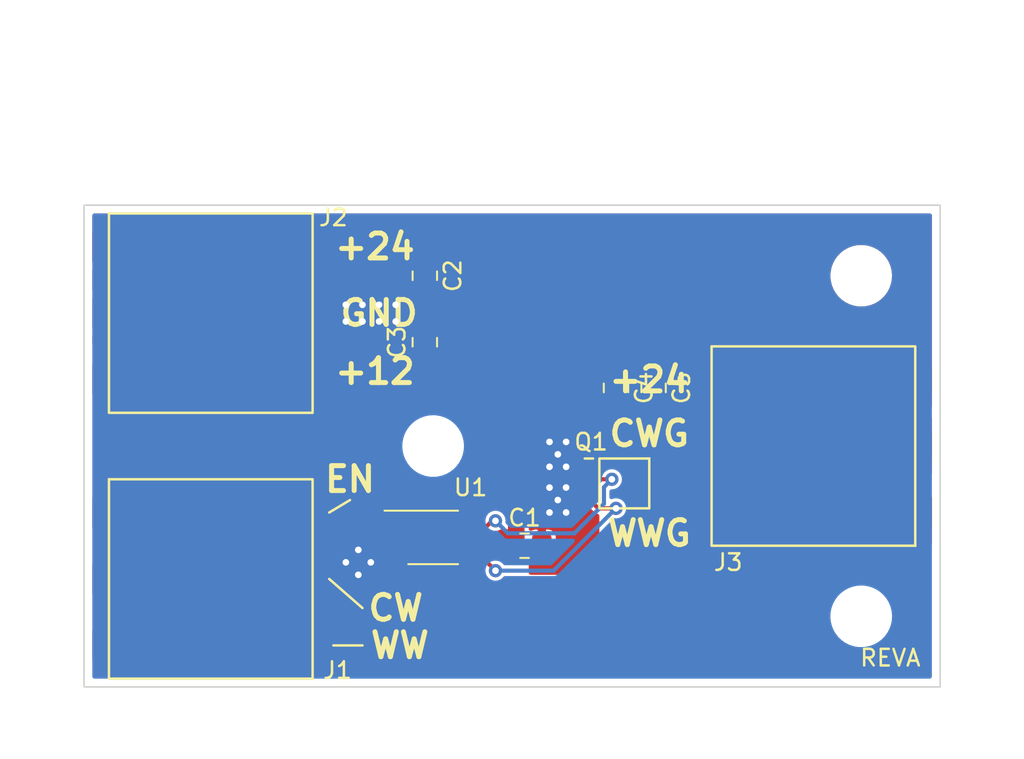
<source format=kicad_pcb>
(kicad_pcb (version 20211014) (generator pcbnew)
  (layers (0 "F.Cu" signal) (31 "B.Cu" signal) (34 "B.Paste" user) (35 "F.Paste" user) (36 "B.SilkS" user "B.Silkscreen") (37 "F.SilkS" user "F.Silkscreen") (38 "B.Mask" user) (39 "F.Mask" user) (44 "Edge.Cuts" user))
  (net 0 "")
  (net 1 "+12V")
  (net 2 "GND")
  (net 3 "+24V")
  (net 4 "/EN")
  (net 5 "/CW")
  (net 6 "/WW")
  (net 7 "/WW_Gnd")
  (net 8 "/CW_Gnd")
  (net 9 "Net-(Q1-Pad2)")
  (net 10 "Net-(Q1-Pad4)")
  (footprint "MountingHole:MountingHole_3.2mm_M3" (layer "F.Cu") (at 179.75 110.75)
    (fp_text reference "H2" hide)
    (fp_text value "MountingHole")
    (pad "" np_thru_hole circle (at 0 0) (size 3.2 3.2) (drill 3.2) (layers *.Cu *.Mask))
  )
  (footprint "Wago2060:2060-453" (layer "F.Cu") (at 181 104.5 180)
    (fp_text reference "J3" (at 9.25 -3 unlocked) (layer "F.SilkS"))
    (fp_text value "Screw_Terminal_01x03")
    (fp_rect (start -2 -2) (end 10.25 10) (layer "F.SilkS") (width 0.15) (fill none))
    (pad "1" smd roundrect (at 9.25 0 180) (size 3.5 2) (layers "F.Cu" "F.Paste" "F.Mask") (roundrect_rratio 0.05) (net 7 "/WW_Gnd"))
    (pad "1" smd roundrect (at 0 0 180) (size 6 2) (layers "F.Cu" "F.Paste" "F.Mask") (roundrect_rratio 0.05) (net 7 "/WW_Gnd"))
    (pad "2" smd roundrect (at 0 4 180) (size 6 2) (layers "F.Cu" "F.Paste" "F.Mask") (roundrect_rratio 0.05) (net 8 "/CW_Gnd"))
    (pad "2" smd roundrect (at 9.25 4 180) (size 3.5 2) (layers "F.Cu" "F.Paste" "F.Mask") (roundrect_rratio 0.05) (net 8 "/CW_Gnd"))
    (pad "3" smd roundrect (at 9.25 8 180) (size 3.5 2) (layers "F.Cu" "F.Paste" "F.Mask") (roundrect_rratio 0.05) (net 3 "+24V"))
    (pad "3" smd roundrect (at 0 8 180) (size 6 2) (layers "F.Cu" "F.Paste" "F.Mask") (roundrect_rratio 0.05) (net 3 "+24V"))
  )
  (footprint "Capacitor_SMD:C_0805_2012Metric_Pad1.18x1.45mm_HandSolder" (layer "F.Cu") (at 167.26 97 -90)
    (fp_text reference "C5" (at 0 -1.68 90) (layer "F.SilkS"))
    (fp_text value "C")
    (fp_line (start -0.261252 0.735) (end 0.261252 0.735) (layer "F.SilkS") (width 0.12))
    (fp_line (start -0.261252 -0.735) (end 0.261252 -0.735) (layer "F.SilkS") (width 0.12))
    (pad "1" smd roundrect (at -1.0375 0 270) (size 1.175 1.45) (layers "F.Cu" "F.Paste" "F.Mask") (roundrect_rratio 0.2127659574) (net 3 "+24V"))
    (pad "2" smd roundrect (at 1.0375 0 270) (size 1.175 1.45) (layers "F.Cu" "F.Paste" "F.Mask") (roundrect_rratio 0.2127659574) (net 2 "GND"))
  )
  (footprint "MountingHole:MountingHole_3.2mm_M3" (layer "F.Cu") (at 179.75 90.25)
    (fp_text reference "H3" hide)
    (fp_text value "MountingHole")
    (pad "" np_thru_hole circle (at 0 0) (size 3.2 3.2) (drill 3.2) (layers *.Cu *.Mask))
  )
  (footprint "MountingHole:MountingHole_3.2mm_M3" (layer "F.Cu") (at 154 100.5)
    (fp_text reference "H1" hide)
    (fp_text value "MountingHole")
    (pad "" np_thru_hole circle (at 0 0) (size 3.2 3.2) (drill 3.2) (layers *.Cu *.Mask))
  )
  (footprint "Capacitor_SMD:C_0805_2012Metric_Pad1.18x1.45mm_HandSolder" (layer "F.Cu") (at 153.5 94.25 90)
    (fp_text reference "C3" (at 0 -1.68 90) (layer "F.SilkS"))
    (fp_text value "C")
    (fp_line (start -0.261252 0.735) (end 0.261252 0.735) (layer "F.SilkS") (width 0.12))
    (fp_line (start -0.261252 -0.735) (end 0.261252 -0.735) (layer "F.SilkS") (width 0.12))
    (pad "1" smd roundrect (at -1.0375 0 90) (size 1.175 1.45) (layers "F.Cu" "F.Paste" "F.Mask") (roundrect_rratio 0.2127659574) (net 1 "+12V"))
    (pad "2" smd roundrect (at 1.0375 0 90) (size 1.175 1.45) (layers "F.Cu" "F.Paste" "F.Mask") (roundrect_rratio 0.2127659574) (net 2 "GND"))
  )
  (footprint "micro8:IR Micro8" (layer "F.Cu") (at 167.62 101.75 -90)
    (fp_text reference "Q1" (at -1.5 4.12 unlocked) (layer "F.SilkS"))
    (fp_text value "IRF7503TRPBF")
    (fp_line (start -0.5 4) (end -0.5 4.5) (layer "F.SilkS") (width 0.15))
    (fp_rect (start -0.5 0.62) (end 2.5 3.62) (layer "F.SilkS") (width 0.15) (fill none))
    (pad "1" smd roundrect (at 0 4.24 270) (size 0.38 1.04) (layers "F.Cu" "F.Paste" "F.Mask") (roundrect_rratio 0.05) (net 2 "GND"))
    (pad "2" smd roundrect (at 0.65 4.24 270) (size 0.38 1.04) (layers "F.Cu" "F.Paste" "F.Mask") (roundrect_rratio 0.05) (net 9 "Net-(Q1-Pad2)"))
    (pad "3" smd roundrect (at 1.3 4.24 270) (size 0.38 1.04) (layers "F.Cu" "F.Paste" "F.Mask") (roundrect_rratio 0.05) (net 2 "GND"))
    (pad "4" smd roundrect (at 1.95 4.24 270) (size 0.38 1.04) (layers "F.Cu" "F.Paste" "F.Mask") (roundrect_rratio 0.05) (net 10 "Net-(Q1-Pad4)"))
    (pad "5" smd roundrect (at 1.95 0 270) (size 0.38 1.04) (layers "F.Cu" "F.Paste" "F.Mask") (roundrect_rratio 0.05) (net 7 "/WW_Gnd"))
    (pad "6" smd roundrect (at 1.3 0 270) (size 0.38 1.04) (layers "F.Cu" "F.Paste" "F.Mask") (roundrect_rratio 0.05) (net 7 "/WW_Gnd"))
    (pad "7" smd roundrect (at 0.65 0 270) (size 0.38 1.04) (layers "F.Cu" "F.Paste" "F.Mask") (roundrect_rratio 0.05) (net 8 "/CW_Gnd"))
    (pad "8" smd roundrect (at 0 0 270) (size 0.38 1.04) (layers "F.Cu" "F.Paste" "F.Mask") (roundrect_rratio 0.05) (net 8 "/CW_Gnd"))
  )
  (footprint "Wago2060:2060-453" (layer "F.Cu") (at 136.5 104.5)
    (fp_text reference "J2" (at 11.5 -17.75 unlocked) (layer "F.SilkS"))
    (fp_text value "Screw_Terminal_01x03")
    (fp_rect (start -2 -2) (end 10.25 10) (layer "F.SilkS") (width 0.15) (fill none))
    (pad "1" smd roundrect (at 9.25 0) (size 3.5 2) (layers "F.Cu" "F.Paste" "F.Mask") (roundrect_rratio 0.05) (net 4 "/EN"))
    (pad "1" smd roundrect (at 0 0) (size 6 2) (layers "F.Cu" "F.Paste" "F.Mask") (roundrect_rratio 0.05) (net 4 "/EN"))
    (pad "2" smd roundrect (at 9.25 4) (size 3.5 2) (layers "F.Cu" "F.Paste" "F.Mask") (roundrect_rratio 0.05) (net 5 "/CW"))
    (pad "2" smd roundrect (at 0 4) (size 6 2) (layers "F.Cu" "F.Paste" "F.Mask") (roundrect_rratio 0.05) (net 5 "/CW"))
    (pad "3" smd roundrect (at 9.25 8) (size 3.5 2) (layers "F.Cu" "F.Paste" "F.Mask") (roundrect_rratio 0.05) (net 6 "/WW"))
    (pad "3" smd roundrect (at 0 8) (size 6 2) (layers "F.Cu" "F.Paste" "F.Mask") (roundrect_rratio 0.05) (net 6 "/WW"))
  )
  (footprint "Capacitor_SMD:C_0805_2012Metric_Pad1.18x1.45mm_HandSolder" (layer "F.Cu") (at 153.5 90.25 -90)
    (fp_text reference "C2" (at 0 -1.68 90) (layer "F.SilkS"))
    (fp_text value "C")
    (fp_line (start -0.261252 -0.735) (end 0.261252 -0.735) (layer "F.SilkS") (width 0.12))
    (fp_line (start -0.261252 0.735) (end 0.261252 0.735) (layer "F.SilkS") (width 0.12))
    (pad "1" smd roundrect (at -1.0375 0 270) (size 1.175 1.45) (layers "F.Cu" "F.Paste" "F.Mask") (roundrect_rratio 0.2127659574) (net 3 "+24V"))
    (pad "2" smd roundrect (at 1.0375 0 270) (size 1.175 1.45) (layers "F.Cu" "F.Paste" "F.Mask") (roundrect_rratio 0.2127659574) (net 2 "GND"))
  )
  (footprint "Capacitor_SMD:C_0805_2012Metric_Pad1.18x1.45mm_HandSolder" (layer "F.Cu") (at 165 97 -90)
    (fp_text reference "C4" (at 0 -1.68 90) (layer "F.SilkS"))
    (fp_text value "C")
    (fp_line (start -0.261252 0.735) (end 0.261252 0.735) (layer "F.SilkS") (width 0.12))
    (fp_line (start -0.261252 -0.735) (end 0.261252 -0.735) (layer "F.SilkS") (width 0.12))
    (pad "1" smd roundrect (at -1.0375 0 270) (size 1.175 1.45) (layers "F.Cu" "F.Paste" "F.Mask") (roundrect_rratio 0.2127659574) (net 3 "+24V"))
    (pad "2" smd roundrect (at 1.0375 0 270) (size 1.175 1.45) (layers "F.Cu" "F.Paste" "F.Mask") (roundrect_rratio 0.2127659574) (net 2 "GND"))
  )
  (footprint "Package_SO:MSOP-8_3x3mm_P0.65mm" (layer "F.Cu") (at 154 106)
    (fp_text reference "U1" (at 2.25 -3) (layer "F.SilkS"))
    (fp_text value "MCP14A0154-E/MS")
    (fp_line (start 0 -1.61) (end 1.5 -1.61) (layer "F.SilkS") (width 0.12))
    (fp_line (start 0 1.61) (end -1.5 1.61) (layer "F.SilkS") (width 0.12))
    (fp_line (start 0 1.61) (end 1.5 1.61) (layer "F.SilkS") (width 0.12))
    (fp_line (start 0 -1.61) (end -2.925 -1.61) (layer "F.SilkS") (width 0.12))
    (pad "1" smd roundrect (at -2.1125 -0.975) (size 1.625 0.4) (layers "F.Cu" "F.Paste" "F.Mask") (net 4 "/EN"))
    (pad "2" smd roundrect (at -2.1125 -0.325) (size 1.625 0.4) (layers "F.Cu" "F.Paste" "F.Mask") (net 5 "/CW"))
    (pad "3" smd roundrect (at -2.1125 0.325) (size 1.625 0.4) (layers "F.Cu" "F.Paste" "F.Mask") (net 2 "GND"))
    (pad "4" smd roundrect (at -2.1125 0.975) (size 1.625 0.4) (layers "F.Cu" "F.Paste" "F.Mask") (net 6 "/WW"))
    (pad "5" smd roundrect (at 2.1125 0.975) (size 1.625 0.4) (layers "F.Cu" "F.Paste" "F.Mask") (net 10 "Net-(Q1-Pad4)"))
    (pad "6" smd roundrect (at 2.1125 0.325) (size 1.625 0.4) (layers "F.Cu" "F.Paste" "F.Mask") (net 1 "+12V"))
    (pad "7" smd roundrect (at 2.1125 -0.325) (size 1.625 0.4) (layers "F.Cu" "F.Paste" "F.Mask") (net 9 "Net-(Q1-Pad2)"))
    (pad "8" smd roundrect (at 2.1125 -0.975) (size 1.625 0.4) (layers "F.Cu" "F.Paste" "F.Mask") (net 4 "/EN"))
  )
  (footprint "Capacitor_SMD:C_0805_2012Metric_Pad1.18x1.45mm_HandSolder" (layer "F.Cu") (at 159.5 106.5)
    (fp_text reference "C1" (at 0 -1.68) (layer "F.SilkS"))
    (fp_text value "C")
    (fp_line (start -0.261252 -0.735) (end 0.261252 -0.735) (layer "F.SilkS") (width 0.12))
    (fp_line (start -0.261252 0.735) (end 0.261252 0.735) (layer "F.SilkS") (width 0.12))
    (pad "1" smd roundrect (at -1.0375 0) (size 1.175 1.45) (layers "F.Cu" "F.Paste" "F.Mask") (roundrect_rratio 0.2127659574) (net 1 "+12V"))
    (pad "2" smd roundrect (at 1.0375 0) (size 1.175 1.45) (layers "F.Cu" "F.Paste" "F.Mask") (roundrect_rratio 0.2127659574) (net 2 "GND"))
  )
  (footprint "Wago2060:2060-453" (layer "F.Cu") (at 136.5 88.5)
    (fp_text reference "J1" (at 11.75 25.5 unlocked) (layer "F.SilkS"))
    (fp_text value "Screw_Terminal_01x03")
    (fp_rect (start -2 -2) (end 10.25 10) (layer "F.SilkS") (width 0.15) (fill none))
    (pad "1" smd roundrect (at 9.25 0) (size 3.5 2) (layers "F.Cu" "F.Paste" "F.Mask") (roundrect_rratio 0.05) (net 3 "+24V"))
    (pad "1" smd roundrect (at 0 0) (size 6 2) (layers "F.Cu" "F.Paste" "F.Mask") (roundrect_rratio 0.05) (net 3 "+24V"))
    (pad "2" smd roundrect (at 9.25 4) (size 3.5 2) (layers "F.Cu" "F.Paste" "F.Mask") (roundrect_rratio 0.05) (net 2 "GND"))
    (pad "2" smd roundrect (at 0 4) (size 6 2) (layers "F.Cu" "F.Paste" "F.Mask") (roundrect_rratio 0.05) (net 2 "GND"))
    (pad "3" smd roundrect (at 9.25 8) (size 3.5 2) (layers "F.Cu" "F.Paste" "F.Mask") (roundrect_rratio 0.05) (net 1 "+12V"))
    (pad "3" smd roundrect (at 0 8) (size 6 2) (layers "F.Cu" "F.Paste" "F.Mask") (roundrect_rratio 0.05) (net 1 "+12V"))
  )
  (gr_line (start 147.75 104.5) (end 149 103.75) (layer "F.SilkS") (width 0.15))
  (gr_line (start 147.75 108.5) (end 149.75 110.25) (layer "F.SilkS") (width 0.15))
  (gr_line (start 148 112.5) (end 149.75 112.5) (layer "F.SilkS") (width 0.15))
  (gr_rect (start 133 86) (end 184.5 115) (layer "Edge.Cuts") (width 0.1) (fill none))
  (gr_text "CWG" (at 167 99.75) (layer "F.SilkS") (effects (font (size 1.5 1.5) (thickness 0.3))))
  (gr_text "GND" (at 150.75 92.5) (layer "F.SilkS") (effects (font (size 1.5 1.5) (thickness 0.3))))
  (gr_text "REVA" (at 181.5 113.25) (layer "F.SilkS") (effects (font (size 1 1))))
  (gr_text "WWG" (at 167 105.75) (layer "F.SilkS") (effects (font (size 1.5 1.5) (thickness 0.3))))
  (gr_text "+24" (at 167 96.5) (layer "F.SilkS") (effects (font (size 1.5 1.5) (thickness 0.3))))
  (gr_text "CW" (at 151.75 110.25) (layer "F.SilkS") (effects (font (size 1.5 1.5) (thickness 0.3))))
  (gr_text "WW" (at 152 112.5) (layer "F.SilkS") (effects (font (size 1.5 1.5) (thickness 0.3))))
  (gr_text "+24" (at 150.5 88.5) (layer "F.SilkS") (effects (font (size 1.5 1.5) (thickness 0.3))))
  (gr_text "+12" (at 150.5 96) (layer "F.SilkS") (effects (font (size 1.5 1.5) (thickness 0.3))))
  (gr_text "EN" (at 149 102.5) (layer "F.SilkS") (effects (font (size 1.5 1.5) (thickness 0.3))))
  (segment (start 159 98.25) (end 159 106) (width 1) (layer "F.Cu") (net 1))
  (segment (start 136.5 96.5) (end 145.75 96.5) (width 1) (layer "F.Cu") (net 1))
  (segment (start 158.5 106.5) (end 158.4625 106.5) (width 1) (layer "F.Cu") (net 1))
  (segment (start 159 106) (end 158.5 106.5) (width 1) (layer "F.Cu") (net 1))
  (segment (start 156.5 95.75) (end 159 98.25) (width 1) (layer "F.Cu") (net 1))
  (segment (start 145.75 96.5) (end 146.5 95.75) (width 1) (layer "F.Cu") (net 1))
  (segment (start 146.5 95.75) (end 156.5 95.75) (width 1) (layer "F.Cu") (net 1))
  (via (at 150.25 107.5) (size 0.8) (drill 0.4) (layers "F.Cu" "B.Cu") (net 2))
  (via (at 150.75 93) (size 0.8) (drill 0.4) (layers "F.Cu" "B.Cu") (net 2))
  (via (at 161.5 101) (size 0.8) (drill 0.4) (layers "F.Cu" "B.Cu") (net 2))
  (via (at 161 101.75) (size 0.8) (drill 0.4) (layers "F.Cu" "B.Cu") (net 2))
  (via (at 162 104.5) (size 0.8) (drill 0.4) (layers "F.Cu" "B.Cu") (net 2))
  (via (at 148.75 93) (size 0.8) (drill 0.4) (layers "F.Cu" "B.Cu") (net 2))
  (via (at 162 100.25) (size 0.8) (drill 0.4) (layers "F.Cu" "B.Cu") (net 2))
  (via (at 150.746634 91.997651) (size 0.8) (drill 0.4) (layers "F.Cu" "B.Cu") (net 2))
  (via (at 149.75 93) (size 0.8) (drill 0.4) (layers "F.Cu" "B.Cu") (net 2))
  (via (at 151.746634 91.997651) (size 0.8) (drill 0.4) (layers "F.Cu" "B.Cu") (net 2))
  (via (at 161 104.5) (size 0.8) (drill 0.4) (layers "F.Cu" "B.Cu") (net 2))
  (via (at 161.996044 102.995965) (size 0.8) (drill 0.4) (layers "F.Cu" "B.Cu") (net 2))
  (via (at 151.75 93) (size 0.8) (drill 0.4) (layers "F.Cu" "B.Cu") (net 2))
  (via (at 161.5 103.75) (size 0.8) (drill 0.4) (layers "F.Cu" "B.Cu") (net 2))
  (via (at 149.5 106.75) (size 0.8) (drill 0.4) (layers "F.Cu" "B.Cu") (net 2))
  (via (at 149.5 108.25) (size 0.8) (drill 0.4) (layers "F.Cu" "B.Cu") (net 2))
  (via (at 161 100.25) (size 0.8) (drill 0.4) (layers "F.Cu" "B.Cu") (net 2))
  (via (at 148.75 107.5) (size 0.8) (drill 0.4) (layers "F.Cu" "B.Cu") (net 2))
  (via (at 149.746634 91.997651) (size 0.8) (drill 0.4) (layers "F.Cu" "B.Cu") (net 2))
  (via (at 161 103) (size 0.8) (drill 0.4) (layers "F.Cu" "B.Cu") (net 2))
  (via (at 148.746634 91.997651) (size 0.8) (drill 0.4) (layers "F.Cu" "B.Cu") (net 2))
  (via (at 162 101.75) (size 0.8) (drill 0.4) (layers "F.Cu" "B.Cu") (net 2))
  (segment (start 151.8875 105.025) (end 150.275 105.025) (width 0.25) (layer "F.Cu") (net 4))
  (segment (start 151.25 104) (end 151.75 104.5) (width 0.25) (layer "F.Cu") (net 4))
  (segment (start 156.1125 104.6125) (end 156.1125 105.025) (width 0.25) (layer "F.Cu") (net 4))
  (segment (start 151.75 104.5) (end 156 104.5) (width 0.25) (layer "F.Cu") (net 4))
  (segment (start 150.275 105.025) (end 149.75 104.5) (width 0.25) (layer "F.Cu") (net 4))
  (segment (start 149.75 104.5) (end 145.75 104.5) (width 0.25) (layer "F.Cu") (net 4))
  (segment (start 156 104.5) (end 156.1125 104.6125) (width 0.25) (layer "F.Cu") (net 4))
  (segment (start 150.25 104) (end 151.25 104) (width 0.25) (layer "F.Cu") (net 4))
  (segment (start 149.75 104.5) (end 150.25 104) (width 0.25) (layer "F.Cu") (net 4))
  (segment (start 136.5 104.5) (end 145.75 104.5) (width 1) (layer "F.Cu") (net 4))
  (segment (start 136.5 108.5) (end 145.75 108.5) (width 1) (layer "F.Cu") (net 5))
  (segment (start 149.075 105.675) (end 151.8875 105.675) (width 0.25) (layer "F.Cu") (net 5))
  (segment (start 145.75 108.5) (end 146.25 108.5) (width 0.25) (layer "F.Cu") (net 5))
  (segment (start 146.25 108.5) (end 149.075 105.675) (width 0.25) (layer "F.Cu") (net 5))
  (segment (start 151.8875 110.6125) (end 150 112.5) (width 0.25) (layer "F.Cu") (net 6))
  (segment (start 136.5 112.5) (end 145.75 112.5) (width 1) (layer "F.Cu") (net 6))
  (segment (start 150 112.5) (end 145.75 112.5) (width 0.25) (layer "F.Cu") (net 6))
  (segment (start 151.8875 106.975) (end 151.8875 110.6125) (width 0.25) (layer "F.Cu") (net 6))
  (segment (start 156.875361 105.675) (end 157.5 105.050361) (width 0.25) (layer "F.Cu") (net 9))
  (segment (start 163.48 102.5) (end 163.38 102.4) (width 0.25) (layer "F.Cu") (net 9))
  (segment (start 156.1125 105.675) (end 156.875361 105.675) (width 0.25) (layer "F.Cu") (net 9))
  (segment (start 157.5 105.050361) (end 157.699639 105.050361) (width 0.25) (layer "F.Cu") (net 9))
  (segment (start 164.75 102.5) (end 163.48 102.5) (width 0.25) (layer "F.Cu") (net 9))
  (segment (start 157.699639 105.050361) (end 157.75 105) (width 0.25) (layer "F.Cu") (net 9))
  (via (at 164.75 102.5) (size 0.8) (drill 0.4) (layers "F.Cu" "B.Cu") (net 9))
  (via (at 157.75 105) (size 0.8) (drill 0.4) (layers "F.Cu" "B.Cu") (net 9))
  (segment (start 158.5 105.75) (end 162.5 105.75) (width 0.25) (layer "B.Cu") (net 9))
  (segment (start 164.275499 103.974501) (end 164.275499 102.974501) (width 0.25) (layer "B.Cu") (net 9))
  (segment (start 164.275499 102.974501) (end 164.75 102.5) (width 0.25) (layer "B.Cu") (net 9))
  (segment (start 162.5 105.75) (end 164.275499 103.974501) (width 0.25) (layer "B.Cu") (net 9))
  (segment (start 157.75 105) (end 158.5 105.75) (width 0.25) (layer "B.Cu") (net 9))
  (segment (start 156.725 106.975) (end 157.75 108) (width 0.25) (layer "F.Cu") (net 10))
  (segment (start 163.93 104.25) (end 163.38 103.7) (width 0.25) (layer "F.Cu") (net 10))
  (segment (start 165 104.25) (end 163.93 104.25) (width 0.25) (layer "F.Cu") (net 10))
  (segment (start 156.1125 106.975) (end 156.725 106.975) (width 0.25) (layer "F.Cu") (net 10))
  (via (at 165 104.25) (size 0.8) (drill 0.4) (layers "F.Cu" "B.Cu") (net 10))
  (via (at 157.75 108) (size 0.8) (drill 0.4) (layers "F.Cu" "B.Cu") (net 10))
  (segment (start 161.25 108) (end 157.75 108) (width 0.25) (layer "B.Cu") (net 10))
  (segment (start 165 104.25) (end 161.25 108) (width 0.25) (layer "B.Cu") (net 10))
  (zone (net 7) (net_name "/WW_Gnd") (layer "F.Cu") (priority 1) (connect_pads yes (clearance 0.25)) (min_thickness 0.254) (fill yes (thermal_gap 0.508) (thermal_bridge_width 0.508))
    (polygon (pts (xy 169 103.5) (xy 184 103.5) (xy 184 106.5) (xy 170 106.5) (xy 167 104.5) (xy 167 103) (xy 168.5 103)))
  )
  (zone (net 3) (net_name "+24V") (layer "F.Cu") (connect_pads (clearance 0.16)) (min_thickness 0.254) (fill yes (thermal_gap 0.25) (thermal_bridge_width 0.508))
    (polygon (pts (xy 168.5 96.5) (xy 163.75 96.5) (xy 163.75 94.75) (xy 165.5 93.25) (xy 168.5 93.25)))
  )
  (zone (net 1) (net_name "+12V") (layer "F.Cu") (connect_pads yes (clearance 0.16)) (min_thickness 0.254) (fill yes (thermal_gap 0.25) (thermal_bridge_width 0.508))
    (polygon (pts (xy 159.5 107.25) (xy 157.75 107.25) (xy 157.25 106.75) (xy 155.25 106.75) (xy 155.25 106) (xy 157.25 106) (xy 157.75 105.5) (xy 159.5 105.5)))
  )
  (zone (net 2) (net_name "GND") (layer "F.Cu") (connect_pads (clearance 0.16)) (min_thickness 0.254) (fill yes (thermal_gap 0.25) (thermal_bridge_width 0.508))
    (polygon (pts (xy 155 94.5) (xy 133.5 94.5) (xy 133.5 89.75) (xy 155 89.75)))
  )
  (zone (net 3) (net_name "+24V") (layer "F.Cu") (priority 1) (connect_pads yes (clearance 0.16)) (min_thickness 0.254) (fill yes (thermal_gap 0.25) (thermal_bridge_width 0.508))
    (polygon (pts (xy 184 98.25) (xy 170 98.25) (xy 162.25 89.5) (xy 133.5 89.5) (xy 133.5 86.5) (xy 184 86.5)))
  )
  (zone (net 2) (net_name "GND") (layer "F.Cu") (connect_pads (clearance 0.16)) (min_thickness 0.254) (fill yes (thermal_gap 0.25) (thermal_bridge_width 0.508))
    (polygon (pts (xy 164 108.25) (xy 159.75 108.25) (xy 159.75 99.25) (xy 164 99.25)))
  )
  (zone (net 2) (net_name "GND") (layer "F.Cu") (connect_pads (clearance 0.16)) (min_thickness 0.254) (fill yes (thermal_gap 0.25) (thermal_bridge_width 0.508))
    (polygon (pts (xy 161.25 99.25) (xy 159.75 99.25) (xy 161.25 97.25)))
  )
  (zone (net 8) (net_name "/CW_Gnd") (layer "F.Cu") (priority 1) (connect_pads yes (clearance 0.25)) (min_thickness 0.254) (fill yes (thermal_gap 0.508) (thermal_bridge_width 0.508))
    (polygon (pts (xy 184 102.25) (xy 169 102.25) (xy 168.5 102.5) (xy 167 102.5) (xy 167 101.25) (xy 170 98.75) (xy 184 98.75)))
  )
  (zone (net 2) (net_name "GND") (layer "F.Cu") (connect_pads (clearance 0.16)) (min_thickness 0.254) (fill yes (thermal_gap 0.25) (thermal_bridge_width 0.508))
    (polygon (pts (xy 168.25 99.5) (xy 161.25 99.5) (xy 161.25 97.25) (xy 168.25 97.25)))
  )
  (zone (net 2) (net_name "GND") (layer "F.Cu") (connect_pads yes (clearance 0.16)) (min_thickness 0.254) (fill yes (thermal_gap 0.25) (thermal_bridge_width 0.508))
    (polygon (pts (xy 152.75 106.5) (xy 150.75 106.5) (xy 150.75 108) (xy 150 108.75) (xy 148.25 108.75) (xy 148.25 107) (xy 149.25 106) (xy 152.75 106)))
  )
  (zone (net 2) (net_name "GND") (layer "B.Cu") (connect_pads (clearance 0.16)) (min_thickness 0.254) (fill yes (thermal_gap 0.25) (thermal_bridge_width 0.508))
    (polygon (pts (xy 184 114.5) (xy 133.5 114.5) (xy 133.5 86.5) (xy 184 86.5)))
  )
)
</source>
